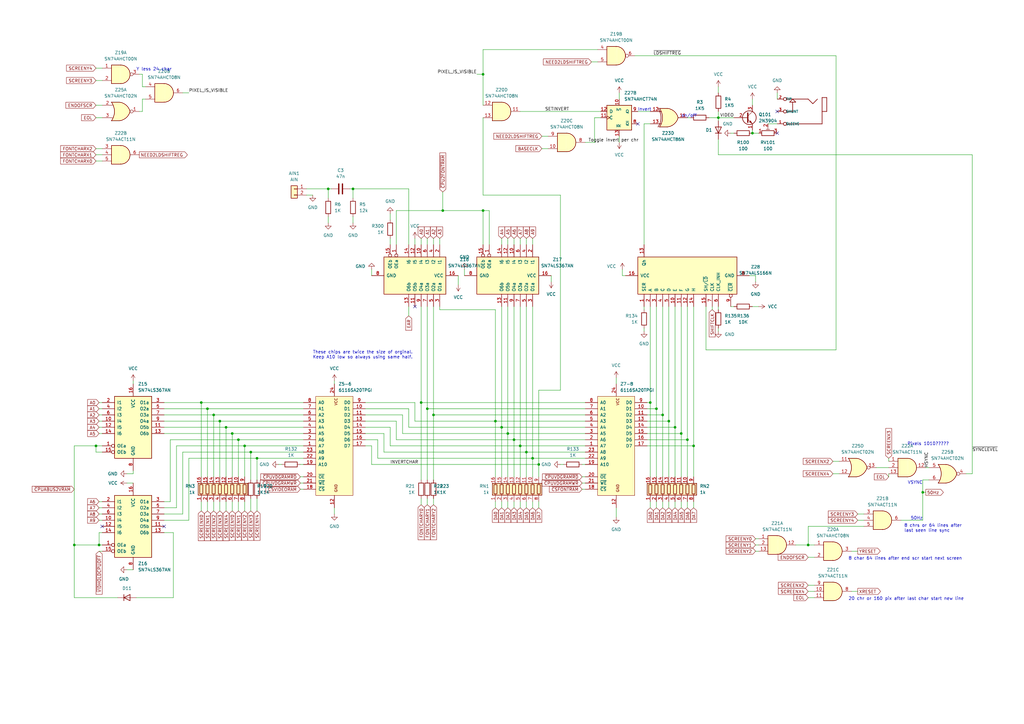
<source format=kicad_sch>
(kicad_sch (version 20211123) (generator eeschema)
  (paper "A3")
  (title_block (title "JupiterAce Z80 plus KIO and new memory format.") (date "2020-05-12") (rev "${REVNUM}") (company "Ontobus") (comment 1 "John Bradley") (comment 2 "https://creativecommons.org/licenses/by-nc-sa/4.0/") (comment 3 "Attribution-NonCommercial-ShareAlike 4.0 International License.") (comment 4 "This work is licensed under a Creative Commons "))
  (junction (at 172.72 165.1))
  (junction (at 175.26 167.64))
  (junction (at 269.24 167.64))
  (junction (at 281.94 180.34))
  (junction (at 210.82 180.34))
  (junction (at 213.36 182.88))
  (junction (at 203.2 172.72))
  (junction (at 100.33 182.88))
  (junction (at 198.12 30.48))
  (junction (at 331.47 223.52))
  (junction (at 215.9 185.42))
  (junction (at 85.09 167.64))
  (junction (at 97.79 180.34))
  (junction (at 279.4 177.8))
  (junction (at 266.7 165.1))
  (junction (at 271.78 170.18))
  (junction (at 181.61 86.36))
  (junction (at 220.98 190.5))
  (junction (at 90.17 172.72))
  (junction (at 205.74 175.26))
  (junction (at 177.8 170.18))
  (junction (at 274.32 172.72))
  (junction (at 198.12 86.36))
  (junction (at 39.37 182.88))
  (junction (at 95.25 177.8))
  (junction (at 102.87 185.42))
  (junction (at 294.64 48.26))
  (junction (at 276.86 175.26))
  (junction (at 134.62 77.47))
  (junction (at 92.71 175.26))
  (junction (at 30.48 223.52))
  (junction (at 144.78 77.47))
  (junction (at 40.64 223.52))
  (junction (at 378.46 201.93))
  (junction (at 284.48 182.88))
  (junction (at 105.41 187.96))
  (junction (at 82.55 165.1))
  (junction (at 218.44 187.96))
  (junction (at 208.28 177.8))
  (junction (at 308.61 54.61))
  (junction (at 87.63 170.18))
  (no_connect (at 318.77 54.61))
  (no_connect (at 67.31 215.9))
  (no_connect (at 318.77 45.72))
  (no_connect (at 170.18 125.73))
  (no_connect (at 261.62 50.8))
  (no_connect (at 41.91 215.9))
  (wire (pts (xy 378.46 213.36) (xy 378.46 201.93)))
  (wire (pts (xy 398.78 63.5) (xy 398.78 194.31)))
  (wire (pts (xy 67.31 208.28) (xy 72.39 208.28)))
  (wire (pts (xy 97.79 205.74) (xy 97.79 209.55)))
  (wire (pts (xy 124.46 190.5) (xy 123.19 190.5)))
  (wire (pts (xy 342.9 22.86) (xy 342.9 143.51)))
  (wire (pts (xy 134.62 77.47) (xy 135.89 77.47)))
  (wire (pts (xy 292.1 125.73) (xy 292.1 127)))
  (wire (pts (xy 349.25 226.06) (xy 351.79 226.06)))
  (wire (pts (xy 264.16 50.8) (xy 266.7 50.8)))
  (wire (pts (xy 165.1 170.18) (xy 149.86 170.18)))
  (wire (pts (xy 381 196.85) (xy 378.46 196.85)))
  (wire (pts (xy 41.91 175.26) (xy 40.64 175.26)))
  (wire (pts (xy 311.15 223.52) (xy 309.88 223.52)))
  (wire (pts (xy 274.32 172.72) (xy 274.32 195.58)))
  (wire (pts (xy 252.73 157.48) (xy 252.73 154.94)))
  (wire (pts (xy 364.49 189.23) (xy 364.49 187.96)))
  (wire (pts (xy 378.46 196.85) (xy 378.46 201.93)))
  (wire (pts (xy 137.16 157.48) (xy 137.16 156.21)))
  (wire (pts (xy 218.44 187.96) (xy 240.03 187.96)))
  (wire (pts (xy 167.64 77.47) (xy 167.64 100.33)))
  (wire (pts (xy 344.17 194.31) (xy 341.63 194.31)))
  (wire (pts (xy 198.12 30.48) (xy 198.12 43.18)))
  (wire (pts (xy 279.4 177.8) (xy 279.4 195.58)))
  (wire (pts (xy 170.18 172.72) (xy 170.18 165.1)))
  (wire (pts (xy 243.84 58.42) (xy 243.84 48.26)))
  (wire (pts (xy 67.31 165.1) (xy 82.55 165.1)))
  (wire (pts (xy 364.49 194.31) (xy 364.49 195.58)))
  (wire (pts (xy 30.48 182.88) (xy 30.48 223.52)))
  (wire (pts (xy 240.03 195.58) (xy 238.76 195.58)))
  (wire (pts (xy 167.64 175.26) (xy 205.74 175.26)))
  (wire (pts (xy 281.94 125.73) (xy 281.94 180.34)))
  (wire (pts (xy 41.91 167.64) (xy 40.64 167.64)))
  (wire (pts (xy 289.56 143.51) (xy 289.56 125.73)))
  (wire (pts (xy 67.31 172.72) (xy 90.17 172.72)))
  (wire (pts (xy 238.76 200.66) (xy 240.03 200.66)))
  (wire (pts (xy 215.9 185.42) (xy 215.9 195.58)))
  (wire (pts (xy 213.36 182.88) (xy 213.36 195.58)))
  (wire (pts (xy 215.9 100.33) (xy 215.9 97.79)))
  (wire (pts (xy 260.35 22.86) (xy 342.9 22.86)))
  (wire (pts (xy 67.31 205.74) (xy 69.85 205.74)))
  (wire (pts (xy 97.79 180.34) (xy 124.46 180.34)))
  (wire (pts (xy 264.16 100.33) (xy 264.16 50.8)))
  (wire (pts (xy 71.12 245.11) (xy 55.88 245.11)))
  (wire (pts (xy 215.9 205.74) (xy 215.9 208.28)))
  (wire (pts (xy 300.99 54.61) (xy 299.72 54.61)))
  (wire (pts (xy 349.25 242.57) (xy 351.79 242.57)))
  (wire (pts (xy 52.07 198.12) (xy 54.61 198.12)))
  (wire (pts (xy 198.12 20.32) (xy 245.11 20.32)))
  (wire (pts (xy 95.25 177.8) (xy 124.46 177.8)))
  (wire (pts (xy 203.2 127) (xy 203.2 172.72)))
  (wire (pts (xy 254 40.64) (xy 254 38.1)))
  (wire (pts (xy 39.37 63.5) (xy 41.91 63.5)))
  (wire (pts (xy 266.7 125.73) (xy 266.7 165.1)))
  (wire (pts (xy 334.01 223.52) (xy 331.47 223.52)))
  (wire (pts (xy 274.32 205.74) (xy 274.32 208.28)))
  (wire (pts (xy 269.24 167.64) (xy 269.24 195.58)))
  (wire (pts (xy 170.18 100.33) (xy 170.18 97.79)))
  (wire (pts (xy 152.4 190.5) (xy 152.4 182.88)))
  (wire (pts (xy 67.31 177.8) (xy 95.25 177.8)))
  (wire (pts (xy 274.32 125.73) (xy 274.32 172.72)))
  (wire (pts (xy 208.28 177.8) (xy 208.28 195.58)))
  (wire (pts (xy 72.39 182.88) (xy 72.39 208.28)))
  (wire (pts (xy 284.48 182.88) (xy 284.48 195.58)))
  (wire (pts (xy 144.78 77.47) (xy 167.64 77.47)))
  (wire (pts (xy 115.57 190.5) (xy 114.3 190.5)))
  (wire (pts (xy 177.8 204.47) (xy 177.8 207.01)))
  (wire (pts (xy 218.44 205.74) (xy 218.44 208.28)))
  (wire (pts (xy 308.61 43.18) (xy 308.61 40.64)))
  (wire (pts (xy 198.12 100.33) (xy 198.12 86.36)))
  (wire (pts (xy 205.74 175.26) (xy 240.03 175.26)))
  (wire (pts (xy 74.93 185.42) (xy 74.93 210.82)))
  (wire (pts (xy 90.17 172.72) (xy 90.17 195.58)))
  (wire (pts (xy 331.47 223.52) (xy 331.47 215.9)))
  (wire (pts (xy 41.91 213.36) (xy 40.64 213.36)))
  (wire (pts (xy 240.03 167.64) (xy 175.26 167.64)))
  (wire (pts (xy 276.86 205.74) (xy 276.86 208.28)))
  (wire (pts (xy 167.64 125.73) (xy 167.64 129.54)))
  (wire (pts (xy 100.33 182.88) (xy 100.33 195.58)))
  (wire (pts (xy 309.88 226.06) (xy 311.15 226.06)))
  (wire (pts (xy 265.43 172.72) (xy 274.32 172.72)))
  (wire (pts (xy 265.43 180.34) (xy 281.94 180.34)))
  (wire (pts (xy 154.94 180.34) (xy 149.86 180.34)))
  (wire (pts (xy 92.71 175.26) (xy 92.71 195.58)))
  (wire (pts (xy 41.91 185.42) (xy 39.37 185.42)))
  (wire (pts (xy 180.34 127) (xy 180.34 125.73)))
  (wire (pts (xy 58.42 35.56) (xy 58.42 30.48)))
  (wire (pts (xy 67.31 210.82) (xy 74.93 210.82)))
  (wire (pts (xy 160.02 182.88) (xy 213.36 182.88)))
  (wire (pts (xy 351.79 213.36) (xy 354.33 213.36)))
  (wire (pts (xy 59.69 35.56) (xy 58.42 35.56)))
  (wire (pts (xy 198.12 48.26) (xy 198.12 80.01)))
  (wire (pts (xy 162.56 86.36) (xy 162.56 100.33)))
  (wire (pts (xy 281.94 48.26) (xy 283.21 48.26)))
  (wire (pts (xy 157.48 177.8) (xy 157.48 185.42)))
  (wire (pts (xy 271.78 205.74) (xy 271.78 208.28)))
  (wire (pts (xy 175.26 204.47) (xy 175.26 207.01)))
  (wire (pts (xy 218.44 100.33) (xy 218.44 97.79)))
  (wire (pts (xy 41.91 208.28) (xy 40.64 208.28)))
  (wire (pts (xy 30.48 245.11) (xy 48.26 245.11)))
  (wire (pts (xy 205.74 100.33) (xy 205.74 97.79)))
  (wire (pts (xy 231.14 190.5) (xy 229.87 190.5)))
  (wire (pts (xy 175.26 167.64) (xy 175.26 196.85)))
  (wire (pts (xy 67.31 213.36) (xy 77.47 213.36)))
  (wire (pts (xy 294.64 63.5) (xy 398.78 63.5)))
  (wire (pts (xy 318.77 38.1) (xy 318.77 40.64)))
  (wire (pts (xy 144.78 88.9) (xy 144.78 91.44)))
  (wire (pts (xy 308.61 54.61) (xy 311.15 54.61)))
  (wire (pts (xy 198.12 80.01) (xy 229.87 80.01)))
  (wire (pts (xy 210.82 180.34) (xy 210.82 195.58)))
  (wire (pts (xy 381 191.77) (xy 379.73 191.77)))
  (wire (pts (xy 30.48 182.88) (xy 39.37 182.88)))
  (wire (pts (xy 252.73 208.28) (xy 252.73 212.09)))
  (wire (pts (xy 152.4 110.49) (xy 152.4 113.03)))
  (wire (pts (xy 294.64 48.26) (xy 300.99 48.26)))
  (wire (pts (xy 102.87 204.47) (xy 102.87 209.55)))
  (wire (pts (xy 92.71 175.26) (xy 124.46 175.26)))
  (wire (pts (xy 276.86 125.73) (xy 276.86 175.26)))
  (wire (pts (xy 137.16 208.28) (xy 137.16 210.82)))
  (wire (pts (xy 264.16 134.62) (xy 264.16 135.89)))
  (wire (pts (xy 123.19 200.66) (xy 124.46 200.66)))
  (wire (pts (xy 77.47 187.96) (xy 105.41 187.96)))
  (wire (pts (xy 359.41 191.77) (xy 364.49 191.77)))
  (wire (pts (xy 69.85 180.34) (xy 97.79 180.34)))
  (wire (pts (xy 58.42 40.64) (xy 58.42 45.72)))
  (wire (pts (xy 308.61 125.73) (xy 311.15 125.73)))
  (wire (pts (xy 39.37 185.42) (xy 39.37 182.88)))
  (wire (pts (xy 307.34 113.03) (xy 309.88 113.03)))
  (wire (pts (xy 240.03 190.5) (xy 238.76 190.5)))
  (wire (pts (xy 177.8 170.18) (xy 177.8 196.85)))
  (wire (pts (xy 243.84 58.42) (xy 240.03 58.42)))
  (wire (pts (xy 54.61 193.04) (xy 54.61 194.31)))
  (wire (pts (xy 143.51 77.47) (xy 144.78 77.47)))
  (wire (pts (xy 289.56 143.51) (xy 342.9 143.51)))
  (wire (pts (xy 254 55.88) (xy 254 58.42)))
  (wire (pts (xy 220.98 190.5) (xy 220.98 195.58)))
  (wire (pts (xy 157.48 185.42) (xy 215.9 185.42)))
  (wire (pts (xy 54.61 194.31) (xy 52.07 194.31)))
  (wire (pts (xy 149.86 177.8) (xy 157.48 177.8)))
  (wire (pts (xy 97.79 180.34) (xy 97.79 195.58)))
  (wire (pts (xy 213.36 125.73) (xy 213.36 182.88)))
  (wire (pts (xy 294.64 35.56) (xy 294.64 38.1)))
  (wire (pts (xy 41.91 27.94) (xy 39.37 27.94)))
  (wire (pts (xy 41.91 172.72) (xy 40.64 172.72)))
  (wire (pts (xy 85.09 167.64) (xy 85.09 195.58)))
  (wire (pts (xy 95.25 177.8) (xy 95.25 195.58)))
  (wire (pts (xy 170.18 165.1) (xy 149.86 165.1)))
  (wire (pts (xy 170.18 172.72) (xy 203.2 172.72)))
  (wire (pts (xy 240.03 170.18) (xy 177.8 170.18)))
  (wire (pts (xy 224.79 60.96) (xy 222.25 60.96)))
  (wire (pts (xy 172.72 100.33) (xy 172.72 97.79)))
  (wire (pts (xy 210.82 180.34) (xy 240.03 180.34)))
  (wire (pts (xy 92.71 205.74) (xy 92.71 209.55)))
  (wire (pts (xy 309.88 220.98) (xy 311.15 220.98)))
  (wire (pts (xy 175.26 125.73) (xy 175.26 167.64)))
  (wire (pts (xy 149.86 172.72) (xy 162.56 172.72)))
  (wire (pts (xy 284.48 205.74) (xy 284.48 208.28)))
  (wire (pts (xy 123.19 198.12) (xy 124.46 198.12)))
  (wire (pts (xy 54.61 233.68) (xy 52.07 233.68)))
  (wire (pts (xy 181.61 86.36) (xy 181.61 78.74)))
  (wire (pts (xy 195.58 30.48) (xy 198.12 30.48)))
  (wire (pts (xy 210.82 125.73) (xy 210.82 180.34)))
  (wire (pts (xy 77.47 187.96) (xy 77.47 213.36)))
  (wire (pts (xy 269.24 205.74) (xy 269.24 208.28)))
  (wire (pts (xy 172.72 165.1) (xy 172.72 196.85)))
  (wire (pts (xy 308.61 53.34) (xy 308.61 54.61)))
  (wire (pts (xy 226.06 115.57) (xy 226.06 113.03)))
  (wire (pts (xy 134.62 88.9) (xy 134.62 91.44)))
  (wire (pts (xy 266.7 205.74) (xy 266.7 208.28)))
  (wire (pts (xy 203.2 172.72) (xy 240.03 172.72)))
  (wire (pts (xy 154.94 187.96) (xy 154.94 180.34)))
  (wire (pts (xy 105.41 187.96) (xy 105.41 196.85)))
  (wire (pts (xy 95.25 205.74) (xy 95.25 209.55)))
  (wire (pts (xy 213.36 182.88) (xy 240.03 182.88)))
  (wire (pts (xy 264.16 127) (xy 264.16 125.73)))
  (wire (pts (xy 240.03 165.1) (xy 172.72 165.1)))
  (wire (pts (xy 208.28 205.74) (xy 208.28 208.28)))
  (wire (pts (xy 218.44 125.73) (xy 218.44 187.96)))
  (wire (pts (xy 41.91 205.74) (xy 40.64 205.74)))
  (wire (pts (xy 67.31 218.44) (xy 71.12 218.44)))
  (wire (pts (xy 265.43 170.18) (xy 271.78 170.18)))
  (wire (pts (xy 57.15 45.72) (xy 58.42 45.72)))
  (wire (pts (xy 102.87 185.42) (xy 102.87 196.85)))
  (wire (pts (xy 82.55 165.1) (xy 82.55 195.58)))
  (wire (pts (xy 177.8 125.73) (xy 177.8 170.18)))
  (wire (pts (xy 220.98 190.5) (xy 220.98 160.02)))
  (wire (pts (xy 41.91 60.96) (xy 39.37 60.96)))
  (wire (pts (xy 85.09 205.74) (xy 85.09 209.55)))
  (wire (pts (xy 134.62 77.47) (xy 134.62 81.28)))
  (wire (pts (xy 220.98 160.02) (xy 229.87 160.02)))
  (wire (pts (xy 180.34 100.33) (xy 180.34 97.79)))
  (wire (pts (xy 331.47 242.57) (xy 334.01 242.57)))
  (wire (pts (xy 369.57 213.36) (xy 378.46 213.36)))
  (wire (pts (xy 379.73 201.93) (xy 378.46 201.93)))
  (wire (pts (xy 172.72 204.47) (xy 172.72 207.01)))
  (wire (pts (xy 279.4 205.74) (xy 279.4 208.28)))
  (wire (pts (xy 41.91 170.18) (xy 40.64 170.18)))
  (wire (pts (xy 160.02 97.79) (xy 160.02 100.33)))
  (wire (pts (xy 160.02 175.26) (xy 160.02 182.88)))
  (wire (pts (xy 187.96 113.03) (xy 187.96 116.84)))
  (wire (pts (xy 180.34 127) (xy 203.2 127)))
  (wire (pts (xy 294.64 125.73) (xy 294.64 127)))
  (wire (pts (xy 220.98 205.74) (xy 220.98 208.28)))
  (wire (pts (xy 128.27 80.01) (xy 125.73 80.01)))
  (wire (pts (xy 90.17 172.72) (xy 124.46 172.72)))
  (wire (pts (xy 213.36 205.74) (xy 213.36 208.28)))
  (wire (pts (xy 40.64 223.52) (xy 41.91 223.52)))
  (wire (pts (xy 100.33 205.74) (xy 100.33 209.55)))
  (wire (pts (xy 294.64 134.62) (xy 294.64 135.89)))
  (wire (pts (xy 125.73 77.47) (xy 134.62 77.47)))
  (wire (pts (xy 72.39 182.88) (xy 100.33 182.88)))
  (wire (pts (xy 102.87 185.42) (xy 124.46 185.42)))
  (wire (pts (xy 177.8 100.33) (xy 177.8 97.79)))
  (wire (pts (xy 265.43 167.64) (xy 269.24 167.64)))
  (wire (pts (xy 213.36 100.33) (xy 213.36 97.79)))
  (wire (pts (xy 162.56 172.72) (xy 162.56 180.34)))
  (wire (pts (xy 215.9 185.42) (xy 240.03 185.42)))
  (wire (pts (xy 90.17 205.74) (xy 90.17 209.55)))
  (wire (pts (xy 294.64 49.53) (xy 294.64 48.26)))
  (wire (pts (xy 229.87 80.01) (xy 229.87 160.02)))
  (wire (pts (xy 266.7 45.72) (xy 261.62 45.72)))
  (wire (pts (xy 210.82 205.74) (xy 210.82 208.28)))
  (wire (pts (xy 124.46 170.18) (xy 87.63 170.18)))
  (wire (pts (xy 74.93 38.1) (xy 77.47 38.1)))
  (wire (pts (xy 71.12 218.44) (xy 71.12 245.11)))
  (wire (pts (xy 105.41 204.47) (xy 105.41 209.55)))
  (wire (pts (xy 41.91 48.26) (xy 39.37 48.26)))
  (wire (pts (xy 294.64 57.15) (xy 294.64 63.5)))
  (wire (pts (xy 152.4 182.88) (xy 149.86 182.88)))
  (wire (pts (xy 123.19 195.58) (xy 124.46 195.58)))
  (wire (pts (xy 40.64 218.44) (xy 41.91 218.44)))
  (wire (pts (xy 205.74 175.26) (xy 205.74 195.58)))
  (wire (pts (xy 67.31 167.64) (xy 85.09 167.64)))
  (wire (pts (xy 41.91 43.18) (xy 39.37 43.18)))
  (wire (pts (xy 175.26 100.33) (xy 175.26 97.79)))
  (wire (pts (xy 331.47 215.9) (xy 354.33 215.9)))
  (wire (pts (xy 87.63 205.74) (xy 87.63 209.55)))
  (wire (pts (xy 200.66 100.33) (xy 200.66 86.36)))
  (wire (pts (xy 105.41 187.96) (xy 124.46 187.96)))
  (wire (pts (xy 218.44 187.96) (xy 218.44 195.58)))
  (wire (pts (xy 162.56 180.34) (xy 210.82 180.34)))
  (wire (pts (xy 281.94 180.34) (xy 281.94 195.58)))
  (wire (pts (xy 299.72 125.73) (xy 300.99 125.73)))
  (wire (pts (xy 318.77 50.8) (xy 314.96 50.8)))
  (wire (pts (xy 396.24 194.31) (xy 398.78 194.31)))
  (wire (pts (xy 41.91 177.8) (xy 40.64 177.8)))
  (wire (pts (xy 40.64 218.44) (xy 40.64 223.52)))
  (wire (pts (xy 41.91 165.1) (xy 40.64 165.1)))
  (wire (pts (xy 215.9 125.73) (xy 215.9 185.42)))
  (wire (pts (xy 30.48 223.52) (xy 40.64 223.52)))
  (wire (pts (xy 152.4 190.5) (xy 220.98 190.5)))
  (wire (pts (xy 172.72 125.73) (xy 172.72 165.1)))
  (wire (pts (xy 344.17 189.23) (xy 341.63 189.23)))
  (wire (pts (xy 190.5 113.03) (xy 190.5 110.49)))
  (wire (pts (xy 265.43 175.26) (xy 276.86 175.26)))
  (wire (pts (xy 67.31 175.26) (xy 92.71 175.26)))
  (wire (pts (xy 208.28 177.8) (xy 240.03 177.8)))
  (wire (pts (xy 39.37 182.88) (xy 41.91 182.88)))
  (wire (pts (xy 59.69 40.64) (xy 58.42 40.64)))
  (wire (pts (xy 255.27 113.03) (xy 255.27 110.49)))
  (wire (pts (xy 271.78 170.18) (xy 271.78 195.58)))
  (wire (pts (xy 266.7 165.1) (xy 266.7 195.58)))
  (wire (pts (xy 290.83 48.26) (xy 294.64 48.26)))
  (wire (pts (xy 331.47 240.03) (xy 334.01 240.03)))
  (wire (pts (xy 69.85 180.34) (xy 69.85 205.74)))
  (wire (pts (xy 309.88 115.57) (xy 309.88 113.03)))
  (wire (pts (xy 198.12 86.36) (xy 200.66 86.36)))
  (wire (pts (xy 198.12 20.32) (xy 198.12 30.48)))
  (wire (pts (xy 165.1 177.8) (xy 165.1 170.18)))
  (wire (pts (xy 41.91 66.04) (xy 39.37 66.04)))
  (wire (pts (xy 67.31 170.18) (xy 87.63 170.18)))
  (wire (pts (xy 256.54 113.03) (xy 255.27 113.03)))
  (wire (pts (xy 203.2 205.74) (xy 203.2 208.28)))
  (wire (pts (xy 205.74 205.74) (xy 205.74 208.28)))
  (wire (pts (xy 100.33 182.88) (xy 124.46 182.88)))
  (wire (pts (xy 149.86 167.64) (xy 167.64 167.64)))
  (wire (pts (xy 54.61 157.48) (xy 54.61 156.21)))
  (wire (pts (xy 85.09 167.64) (xy 124.46 167.64)))
  (wire (pts (xy 284.48 125.73) (xy 284.48 182.88)))
  (wire (pts (xy 203.2 172.72) (xy 203.2 195.58)))
  (wire (pts (xy 279.4 125.73) (xy 279.4 177.8)))
  (wire (pts (xy 208.28 100.33) (xy 208.28 97.79)))
  (wire (pts (xy 205.74 125.73) (xy 205.74 175.26)))
  (wire (pts (xy 213.36 45.72) (xy 246.38 45.72)))
  (wire (pts (xy 208.28 125.73) (xy 208.28 177.8)))
  (wire (pts (xy 41.91 210.82) (xy 40.64 210.82)))
  (wire (pts (xy 58.42 30.48) (xy 57.15 30.48)))
  (wire (pts (xy 351.79 210.82) (xy 354.33 210.82)))
  (wire (pts (xy 82.55 165.1) (xy 124.46 165.1)))
  (wire (pts (xy 74.93 185.42) (xy 102.87 185.42)))
  (wire (pts (xy 87.63 170.18) (xy 87.63 195.58)))
  (wire (pts (xy 167.64 167.64) (xy 167.64 175.26)))
  (wire (pts (xy 331.47 245.11) (xy 334.01 245.11)))
  (wire (pts (xy 154.94 187.96) (xy 218.44 187.96)))
  (wire (pts (xy 181.61 86.36) (xy 198.12 86.36)))
  (wire (pts (xy 265.43 177.8) (xy 279.4 177.8)))
  (wire (pts (xy 269.24 125.73) (xy 269.24 167.64)))
  (wire (pts (xy 243.84 48.26) (xy 246.38 48.26)))
  (wire (pts (xy 242.57 25.4) (xy 245.11 25.4)))
  (wire (pts (xy 276.86 175.26) (xy 276.86 195.58)))
  (wire (pts (xy 334.01 228.6) (xy 331.47 228.6)))
  (wire (pts (xy 281.94 205.74) (xy 281.94 208.28)))
  (wire (pts (xy 210.82 100.33) (xy 210.82 97.79)))
  (wire (pts (xy 265.43 165.1) (xy 266.7 165.1)))
  (wire (pts (xy 222.25 55.88) (xy 224.79 55.88)))
  (wire (pts (xy 265.43 182.88) (xy 284.48 182.88)))
  (wire (pts (xy 41.91 33.02) (xy 39.37 33.02)))
  (wire (pts (xy 160.02 87.63) (xy 160.02 90.17)))
  (wire (pts (xy 165.1 177.8) (xy 208.28 177.8)))
  (wire (pts (xy 149.86 175.26) (xy 160.02 175.26)))
  (wire (pts (xy 144.78 77.47) (xy 144.78 81.28)))
  (wire (pts (xy 30.48 223.52) (xy 30.48 245.11)))
  (wire (pts (xy 331.47 223.52) (xy 326.39 223.52)))
  (wire (pts (xy 82.55 205.74) (xy 82.55 209.55)))
  (wire (pts (xy 294.64 45.72) (xy 294.64 48.26)))
  (wire (pts (xy 271.78 125.73) (xy 271.78 170.18)))
  (wire (pts (xy 41.91 226.06) (xy 40.64 226.06)))
  (wire (pts (xy 238.76 198.12) (xy 240.03 198.12)))
  (wire (pts (xy 162.56 86.36) (xy 181.61 86.36)))
  (text "Invert" (at 261.62 45.72 0) (effects (font (size 1.27 1.27)) (justify left bottom)))
  (text "These chips are twice the size of orginal.\nKeep A10 low so always using same half." (at 128.27 147.32 0) (effects (font (size 1.27 1.27)) (justify left bottom)))
  (text "50Hz" (at 378.46 213.36 180) (effects (font (size 1.27 1.27)) (justify right bottom)))
  (text "Pixels 1010?????" (at 372.11 182.88 0) (effects (font (size 1.27 1.27)) (justify left bottom)))
  (text "8 char 64 lines after end scr start next screen" (at 347.98 229.87 0) (effects (font (size 1.27 1.27)) (justify left bottom)))
  (text "20 chr or 160 pix after last char start new line" (at 347.98 246.38 0) (effects (font (size 1.27 1.27)) (justify left bottom)))
  (text "VSYNC" (at 378.46 198.755 180) (effects (font (size 1.27 1.27)) (justify right bottom)))
  (text "8 chrs or 64 lines after\nlast seen line sync" (at 370.84 218.44 0) (effects (font (size 1.27 1.27)) (justify left bottom)))
  (text "Y less 24 char" (at 55.88 29.21 0) (effects (font (size 1.27 1.27)) (justify left bottom)))
  (text "on/off" (at 279.4 48.26 0) (effects (font (size 1.27 1.27)) (justify left bottom)))
  (label "SETINVERT" (at 223.52 45.72 0))
  (label "~{LDSHIFTREG}" (at 267.97 22.86 0))
  (label "HSYNC" (at 381 191.77 90))
  (label "~{SYNCLEVEL}" (at 398.78 185.42 0))
  (label "PIXEL_IS_VISIBLE" (at 77.47 38.1 0))
  (label "VIDEO" (at 300.99 48.26 0))
  (label "Toggle invert per chr" (at 241.3 58.42 0))
  (label "INVERTCHAR" (at 160.02 190.5 0))
  (label "PIXEL_IS_VISIBLE" (at 195.58 30.48 180))
  (global_label "A4" (shape input) (at 40.64 175.26 180) (property "Intersheet References" "${INTERSHEET_REFS}" (at 36.0177 175.1806 0) (effects (justify right))))
  (global_label "~{CPU2FONTRAM}" (shape input) (at 181.61 78.74 90) (property "Intersheet References" "${INTERSHEET_REFS}" (at 181.5306 62.8087 90) (effects (justify left))))
  (global_label "SCREENX3" (shape input) (at 90.17 209.55 270) (property "Intersheet References" "${INTERSHEET_REFS}" (at 90.0906 221.6713 90) (effects (justify right))))
  (global_label "~{CSVIDEORAM}" (shape input) (at 123.19 200.66 180) (property "Intersheet References" "${INTERSHEET_REFS}" (at 109.1334 200.5806 0) (effects (justify right))))
  (global_label "ENDOFSCR" (shape input) (at 39.37 43.18 180) (property "Intersheet References" "${INTERSHEET_REFS}" (at 27.1277 43.1006 0) (effects (justify right))))
  (global_label "DA0" (shape input) (at 203.2 208.28 270) (property "Intersheet References" "${INTERSHEET_REFS}" (at 203.1206 214.1723 90) (effects (justify right))))
  (global_label "DA3" (shape input) (at 210.82 208.28 270) (property "Intersheet References" "${INTERSHEET_REFS}" (at 210.7406 214.1723 90) (effects (justify right))))
  (global_label "~{CSFONTRAM}" (shape input) (at 238.76 200.66 180) (property "Intersheet References" "${INTERSHEET_REFS}" (at 225.4291 200.5806 0) (effects (justify right))))
  (global_label "SCREENX4" (shape input) (at 341.63 194.31 180) (property "Intersheet References" "${INTERSHEET_REFS}" (at 329.5087 194.2306 0) (effects (justify right))))
  (global_label "SCREENY2" (shape input) (at 100.33 209.55 270) (property "Intersheet References" "${INTERSHEET_REFS}" (at 100.2506 221.5504 90) (effects (justify right))))
  (global_label "EAR" (shape input) (at 167.64 129.54 270) (property "Intersheet References" "${INTERSHEET_REFS}" (at 167.5606 135.3718 90) (effects (justify right))))
  (global_label "DA7" (shape input) (at 220.98 208.28 270) (property "Intersheet References" "${INTERSHEET_REFS}" (at 220.9006 214.1723 90) (effects (justify right))))
  (global_label "~{CPUVDGRAMWR}" (shape input) (at 238.76 198.12 180) (property "Intersheet References" "${INTERSHEET_REFS}" (at 222.4053 198.0406 0) (effects (justify right))))
  (global_label "FONTCHARX2" (shape input) (at 39.37 60.96 180) (property "Intersheet References" "${INTERSHEET_REFS}" (at 24.9506 60.8806 0) (effects (justify right))))
  (global_label "A7" (shape input) (at 213.36 97.79 90) (property "Intersheet References" "${INTERSHEET_REFS}" (at 213.2806 93.1677 90) (effects (justify left))))
  (global_label "SCREENY2" (shape input) (at 309.88 226.06 180) (property "Intersheet References" "${INTERSHEET_REFS}" (at 297.8796 225.9806 0) (effects (justify right))))
  (global_label "A6" (shape input) (at 40.64 205.74 180) (property "Intersheet References" "${INTERSHEET_REFS}" (at 36.0177 205.6606 0) (effects (justify right))))
  (global_label "FONTCHARX0" (shape input) (at 39.37 66.04 180) (property "Intersheet References" "${INTERSHEET_REFS}" (at 24.9506 65.9606 0) (effects (justify right))))
  (global_label "A5" (shape input) (at 40.64 177.8 180) (property "Intersheet References" "${INTERSHEET_REFS}" (at 36.0177 177.7206 0) (effects (justify right))))
  (global_label "~{VIDHOLDCPUOFF}" (shape input) (at 40.64 226.06 270) (property "Intersheet References" "${INTERSHEET_REFS}" (at 40.5606 243.6847 90) (effects (justify right))))
  (global_label "FONTCHARX1" (shape input) (at 39.37 63.5 180) (property "Intersheet References" "${INTERSHEET_REFS}" (at 24.9506 63.4206 0) (effects (justify right))))
  (global_label "FONTCHARY0" (shape input) (at 172.72 207.01 270) (property "Intersheet References" "${INTERSHEET_REFS}" (at 172.6406 221.3085 90) (effects (justify right))))
  (global_label "A8" (shape input) (at 215.9 97.79 90) (property "Intersheet References" "${INTERSHEET_REFS}" (at 215.8206 93.1677 90) (effects (justify left))))
  (global_label "DA6" (shape input) (at 218.44 208.28 270) (property "Intersheet References" "${INTERSHEET_REFS}" (at 218.3606 214.1723 90) (effects (justify right))))
  (global_label "A5" (shape input) (at 208.28 97.79 90) (property "Intersheet References" "${INTERSHEET_REFS}" (at 208.2006 93.1677 90) (effects (justify left))))
  (global_label "ENDOFSCR" (shape input) (at 331.47 228.6 180) (property "Intersheet References" "${INTERSHEET_REFS}" (at 319.2277 228.5206 0) (effects (justify right))))
  (global_label "~{CPUVDGRAMWR}" (shape input) (at 123.19 198.12 180) (property "Intersheet References" "${INTERSHEET_REFS}" (at 106.8353 198.0406 0) (effects (justify right))))
  (global_label "XRESET" (shape output) (at 351.79 242.57 0) (property "Intersheet References" "${INTERSHEET_REFS}" (at 361.069 242.4906 0) (effects (justify left))))
  (global_label "DA4" (shape input) (at 213.36 208.28 270) (property "Intersheet References" "${INTERSHEET_REFS}" (at 213.2806 214.1723 90) (effects (justify right))))
  (global_label "YRESET" (shape output) (at 351.79 226.06 0) (property "Intersheet References" "${INTERSHEET_REFS}" (at 360.948 225.9806 0) (effects (justify left))))
  (global_label "FONTCHARY1" (shape input) (at 175.26 207.01 270) (property "Intersheet References" "${INTERSHEET_REFS}" (at 175.1806 221.3085 90) (effects (justify right))))
  (global_label "DA2" (shape input) (at 208.28 208.28 270) (property "Intersheet References" "${INTERSHEET_REFS}" (at 208.2006 214.1723 90) (effects (justify right))))
  (global_label "A1" (shape input) (at 40.64 167.64 180) (property "Intersheet References" "${INTERSHEET_REFS}" (at 36.0177 167.5606 0) (effects (justify right))))
  (global_label "SCREENY4" (shape input) (at 351.79 213.36 180) (property "Intersheet References" "${INTERSHEET_REFS}" (at 339.7896 213.2806 0) (effects (justify right))))
  (global_label "A3" (shape input) (at 180.34 97.79 90) (property "Intersheet References" "${INTERSHEET_REFS}" (at 180.2606 93.1677 90) (effects (justify left))))
  (global_label "NEED2LDSHIFTREG" (shape input) (at 242.57 25.4 180) (property "Intersheet References" "${INTERSHEET_REFS}" (at 223.4334 25.3206 0) (effects (justify right))))
  (global_label "EOL" (shape input) (at 39.37 48.26 180) (property "Intersheet References" "${INTERSHEET_REFS}" (at 33.5382 48.1806 0) (effects (justify right))))
  (global_label "A8" (shape input) (at 40.64 210.82 180) (property "Intersheet References" "${INTERSHEET_REFS}" (at 36.0177 210.7406 0) (effects (justify right))))
  (global_label "SCREENY0" (shape input) (at 309.88 220.98 180) (property "Intersheet References" "${INTERSHEET_REFS}" (at 297.8796 220.9006 0) (effects (justify right))))
  (global_label "A4" (shape input) (at 205.74 97.79 90) (property "Intersheet References" "${INTERSHEET_REFS}" (at 205.6606 93.1677 90) (effects (justify left))))
  (global_label "A1" (shape input) (at 175.26 97.79 90) (property "Intersheet References" "${INTERSHEET_REFS}" (at 175.1806 93.1677 90) (effects (justify left))))
  (global_label "~{CPUVDGRAMRD}" (shape input) (at 123.19 195.58 180) (property "Intersheet References" "${INTERSHEET_REFS}" (at 107.0168 195.5006 0) (effects (justify right))))
  (global_label "A2" (shape input) (at 177.8 97.79 90) (property "Intersheet References" "${INTERSHEET_REFS}" (at 177.7206 93.1677 90) (effects (justify left))))
  (global_label "SCREENX2" (shape input) (at 87.63 209.55 270) (property "Intersheet References" "${INTERSHEET_REFS}" (at 87.5506 221.6713 90) (effects (justify right))))
  (global_label "A0" (shape input) (at 40.64 165.1 180) (property "Intersheet References" "${INTERSHEET_REFS}" (at 36.0177 165.0206 0) (effects (justify right))))
  (global_label "A3" (shape input) (at 40.64 172.72 180) (property "Intersheet References" "${INTERSHEET_REFS}" (at 36.0177 172.6406 0) (effects (justify right))))
  (global_label "DA0" (shape input) (at 266.7 208.28 270) (property "Intersheet References" "${INTERSHEET_REFS}" (at 266.6206 214.1723 90) (effects (justify right))))
  (global_label "NEED2LDSHIFTREG" (shape input) (at 222.25 55.88 180) (property "Intersheet References" "${INTERSHEET_REFS}" (at 203.1134 55.8006 0) (effects (justify right))))
  (global_label "SCREENY3" (shape input) (at 351.79 210.82 180) (property "Intersheet References" "${INTERSHEET_REFS}" (at 339.7896 210.7406 0) (effects (justify right))))
  (global_label "A9" (shape input) (at 218.44 97.79 90) (property "Intersheet References" "${INTERSHEET_REFS}" (at 218.3606 93.1677 90) (effects (justify left))))
  (global_label "DA4" (shape input) (at 276.86 208.28 270) (property "Intersheet References" "${INTERSHEET_REFS}" (at 276.7806 214.1723 90) (effects (justify right))))
  (global_label "A9" (shape input) (at 40.64 213.36 180) (property "Intersheet References" "${INTERSHEET_REFS}" (at 36.0177 213.2806 0) (effects (justify right))))
  (global_label "EOL" (shape input) (at 364.49 195.58 180) (property "Intersheet References" "${INTERSHEET_REFS}" (at 358.6582 195.5006 0) (effects (justify right))))
  (global_label "DA5" (shape input) (at 215.9 208.28 270) (property "Intersheet References" "${INTERSHEET_REFS}" (at 215.8206 214.1723 90) (effects (justify right))))
  (global_label "SCREENY3" (shape input) (at 102.87 209.55 270) (property "Intersheet References" "${INTERSHEET_REFS}" (at 102.7906 221.5504 90) (effects (justify right))))
  (global_label "50Hz" (shape output) (at 379.73 201.93 0) (property "Intersheet References" "${INTERSHEET_REFS}" (at 386.8318 201.8506 0) (effects (justify left))))
  (global_label "DA7" (shape input) (at 284.48 208.28 270) (property "Intersheet References" "${INTERSHEET_REFS}" (at 284.4006 214.1723 90) (effects (justify right))))
  (global_label "SCREENY4" (shape input) (at 105.41 209.55 270) (property "Intersheet References" "${INTERSHEET_REFS}" (at 105.3306 221.5504 90) (effects (justify right))))
  (global_label "SCREENX0" (shape input) (at 82.55 209.55 270) (property "Intersheet References" "${INTERSHEET_REFS}" (at 82.4706 221.6713 90) (effects (justify right))))
  (global_label "SHIFTCLK" (shape input) (at 292.1 127 270) (property "Intersheet References" "${INTERSHEET_REFS}" (at 292.0206 138.0932 90) (effects (justify right))))
  (global_label "SCREENX1" (shape input) (at 85.09 209.55 270) (property "Intersheet References" "${INTERSHEET_REFS}" (at 85.0106 221.6713 90) (effects (justify right))))
  (global_label "SCREENY1" (shape input) (at 97.79 209.55 270) (property "Intersheet References" "${INTERSHEET_REFS}" (at 97.7106 221.5504 90) (effects (justify right))))
  (global_label "SCREENX2" (shape input) (at 341.63 189.23 180) (property "Intersheet References" "${INTERSHEET_REFS}" (at 329.5087 189.1506 0) (effects (justify right))))
  (global_label "A2" (shape input) (at 40.64 170.18 180) (property "Intersheet References" "${INTERSHEET_REFS}" (at 36.0177 170.1006 0) (effects (justify right))))
  (global_label "SCREENX2" (shape input) (at 331.47 240.03 180) (property "Intersheet References" "${INTERSHEET_REFS}" (at 319.3487 239.9506 0) (effects (justify right))))
  (global_label "SCREENX4" (shape input) (at 92.71 209.55 270) (property "Intersheet References" "${INTERSHEET_REFS}" (at 92.6306 221.6713 90) (effects (justify right))))
  (global_label "DA3" (shape input) (at 274.32 208.28 270) (property "Intersheet References" "${INTERSHEET_REFS}" (at 274.2406 214.1723 90) (effects (justify right))))
  (global_label "~{CPUVDGRAMRD}" (shape input) (at 238.76 195.58 180) (property "Intersheet References" "${INTERSHEET_REFS}" (at 222.5868 195.5006 0) (effects (justify right))))
  (global_label "SCREENY3" (shape input) (at 39.37 33.02 180) (property "Intersheet References" "${INTERSHEET_REFS}" (at 27.3696 32.9406 0) (effects (justify right))))
  (global_label "DA2" (shape input) (at 271.78 208.28 270) (property "Intersheet References" "${INTERSHEET_REFS}" (at 271.7006 214.1723 90) (effects (justify right))))
  (global_label "A0" (shape input) (at 172.72 97.79 90) (property "Intersheet References" "${INTERSHEET_REFS}" (at 172.6406 93.1677 90) (effects (justify left))))
  (global_label "SCREENY0" (shape input) (at 95.25 209.55 270) (property "Intersheet References" "${INTERSHEET_REFS}" (at 95.1706 221.5504 90) (effects (justify right))))
  (global_label "EOL" (shape input) (at 331.47 245.11 180) (property "Intersheet References" "${INTERSHEET_REFS}" (at 325.6382 245.0306 0) (effects (justify right))))
  (global_label "A7" (shape input) (at 40.64 208.28 180) (property "Intersheet References" "${INTERSHEET_REFS}" (at 36.0177 208.2006 0) (effects (justify right))))
  (global_label "SCREENX3" (shape input) (at 364.49 187.96 90) (property "Intersheet References" "${INTERSHEET_REFS}" (at 364.4106 175.8387 90) (effects (justify left))))
  (global_label "BASECLK" (shape input) (at 222.25 60.96 180) (property "Intersheet References" "${INTERSHEET_REFS}" (at 211.6406 60.8806 0) (effects (justify right))))
  (global_label "~{CPUABUS2VRAM}" (shape input) (at 30.48 200.66 180) (property "Intersheet References" "${INTERSHEET_REFS}" (at 13.2787 200.5806 0) (effects (justify right))))
  (global_label "SCREENY1" (shape input) (at 309.88 223.52 180) (property "Intersheet References" "${INTERSHEET_REFS}" (at 297.8796 223.4406 0) (effects (justify right))))
  (global_label "NEED2LDSHIFTREG" (shape output) (at 57.15 63.5 0) (property "Intersheet References" "${INTERSHEET_REFS}" (at 76.2866 63.4206 0) (effects (justify left))))
  (global_label "DA5" (shape input) (at 279.4 208.28 270) (property "Intersheet References" "${INTERSHEET_REFS}" (at 279.3206 214.1723 90) (effects (justify right))))
  (global_label "SCREENX4" (shape input) (at 331.47 242.57 180) (property "Intersheet References" "${INTERSHEET_REFS}" (at 319.3487 242.4906 0) (effects (justify right))))
  (global_label "DA1" (shape input) (at 269.24 208.28 270) (property "Intersheet References" "${INTERSHEET_REFS}" (at 269.1606 214.1723 90) (effects (justify right))))
  (global_label "SCREENY4" (shape input) (at 39.37 27.94 180) (property "Intersheet References" "${INTERSHEET_REFS}" (at 27.3696 27.8606 0) (effects (justify right))))
  (global_label "DA1" (shape input) (at 205.74 208.28 270) (property "Intersheet References" "${INTERSHEET_REFS}" (at 205.6606 214.1723 90) (effects (justify right))))
  (global_label "FONTCHARY2" (shape input) (at 177.8 207.01 270) (property "Intersheet References" "${INTERSHEET_REFS}" (at 177.7206 221.3085 90) (effects (justify right))))
  (global_label "A6" (shape input) (at 210.82 97.79 90) (property "Intersheet References" "${INTERSHEET_REFS}" (at 210.7406 93.1677 90) (effects (justify left))))
  (global_label "DA6" (shape input) (at 281.94 208.28 270) (property "Intersheet References" "${INTERSHEET_REFS}" (at 281.8606 214.1723 90) (effects (justify right))))
  (symbol (lib_id "ExtraSymbols:6116P") (at 137.16 182.88 0) (unit 1)
    (property "Reference" "Z5-6" (at 138.8111 157.48 0) (effects (justify left)))
    (property "Value" "6116SA20TPGI" (at 138.8111 160.02 0) (effects (justify left)))
    (property "Footprint" "Package_DIP:DIP-24_W7.62mm" (effects hide))
    (property "Manufacturer_Name" "IDT" (effects hide))
    (property "Manufacturer_Part_Number" "6116SA20TPGI" (effects hide))
  )
  (symbol (lib_id "Connector_Generic:Conn_01x02") (at 120.65 77.47 0) (mirror y) (unit 1)
    (property "Reference" "AIN1" (at 120.65 71.12 0) (effects (font (size 1.2954 1.2954))))
    (property "Value" "AIN" (at 120.65 73.66 0))
    (property "Footprint" "Connector_PinHeader_2.54mm:PinHeader_1x02_P2.54mm_Vertical" (effects hide))
    (property "Manufacturer_Name" "TE Connectivity / AMP" (effects hide))
    (property "Manufacturer_Part_Number" "5-146871-1" (effects hide))
  )
  (symbol (lib_id "Device:R") (at 175.26 200.66 180) (unit 1)
    (property "Reference" "R22" (at 177.8 199.3899 0) (effects (justify right)))
    (property "Value" "1K" (at 177.8 201.9299 0) (effects (justify right)))
    (property "Footprint" "Resistor_THT:R_Axial_DIN0204_L3.6mm_D1.6mm_P1.90mm_Vertical" (effects hide))
    (property "Manufacturer_Name" "Vishay" (effects hide))
    (property "Manufacturer_Part_Number" "MBA02040C1202FRP00" (effects hide))
  )
  (symbol (lib_id "Device:C") (at 139.7 77.47 90) (unit 1)
    (property "Reference" "C3" (at 139.7 69.85 90))
    (property "Value" "47n" (at 139.7 72.39 90))
    (property "Footprint" "Capacitor_THT:C_Disc_D5.0mm_W2.5mm_P2.50mm" (effects hide))
    (property "Manufacturer_Name" "vishay" (effects hide))
    (property "Manufacturer_Part_Number" "K473K15X7RF5TL2" (effects hide))
    (property "Height" "4" (effects hide))
  )
  (symbol (lib_id "Device:R_Pack08") (at 92.71 200.66 0) (unit 1)
    (property "Reference" "RN3" (at 80.01 199.3899 0) (effects (justify right)))
    (property "Value" "1k" (at 80.01 201.9299 0) (effects (justify right)))
    (property "Footprint" "Package_DIP:DIP-16_W7.62mm" (effects hide))
    (property "Manufacturer_Name" "Bourns" (effects hide))
    (property "Manufacturer_Part_Number" "4116R-1-102LF " (effects hide))
  )
  (symbol (lib_id "power:GND") (at 318.77 38.1 180) (unit 1)
    (property "Reference" "#~SUPPLY0102" (effects hide))
    (property "Value" "GND" (at 318.77 33.02 0))
  )
  (symbol (lib_id "Transistor_BJT:2N3904") (at 306.07 48.26 0) (unit 1)
    (property "Reference" "Q101" (at 311.15 46.9899 0) (effects (justify left)))
    (property "Value" "2N3904" (at 311.15 49.5299 0) (effects (justify left)))
    (property "Footprint" "Package_TO_SOT_THT:TO-92_Inline" (effects hide))
    (property "Datasheet" "https://www.onsemi.com/pub/Collateral/2N3903-D.PDF" (effects hide))
    (property "Manufacturer_Part_Number" "2N3904" (effects hide))
  )
  (symbol (lib_id "power:GND") (at 299.72 54.61 270) (unit 1)
    (property "Reference" "#~SUPPLY0101" (effects hide))
    (property "Value" "GND" (at 298.45 50.8 90))
  )
  (symbol (lib_id "power:VCC") (at 308.61 40.64 0) (unit 1)
    (property "Reference" "#~P+0101" (effects hide))
    (property "Value" "VCC" (at 308.61 35.56 0))
  )
  (symbol (lib_id "Device:R") (at 304.8 54.61 270) (unit 1)
    (property "Reference" "R100" (at 304.8 58.42 90))
    (property "Value" "100" (at 304.8 60.96 90))
    (property "Footprint" "Resistor_THT:R_Axial_DIN0204_L3.6mm_D1.6mm_P1.90mm_Vertical" (effects hide))
    (property "Manufacturer_Name" "Vishay" (effects hide))
    (property "Manufacturer_Part_Number" "MBA02040C1000FRP00 " (effects hide))
  )
  (symbol (lib_id "power:VCC") (at 137.16 156.21 0) (unit 1)
    (property "Reference" "#~PWR0165" (effects hide))
    (property "Value" "VCC" (at 137.16 151.13 0))
  )
  (symbol (lib_id "power:VCC") (at 252.73 154.94 0) (unit 1)
    (property "Reference" "#~PWR0166" (effects hide))
    (property "Value" "VCC" (at 252.73 149.86 0))
  )
  (symbol (lib_id "ExtraSymbols:6116P") (at 252.73 182.88 0) (unit 1)
    (property "Reference" "Z7-8" (at 254.3811 157.48 0) (effects (justify left)))
    (property "Value" "6116SA20TPGI" (at 254.3811 160.02 0) (effects (justify left)))
    (property "Footprint" "Package_DIP:DIP-24_W7.62mm" (effects hide))
    (property "Manufacturer_Name" "IDT" (effects hide))
    (property "Manufacturer_Part_Number" "6116SA20TPGI" (effects hide))
  )
  (symbol (lib_id "power:GND") (at 137.16 210.82 0) (unit 1)
    (property "Reference" "#~PWR0167" (effects hide))
    (property "Value" "GND" (at 137.16 215.9 0))
  )
  (symbol (lib_id "power:GND") (at 252.73 212.09 0) (unit 1)
    (property "Reference" "#~PWR0168" (effects hide))
    (property "Value" "GND" (at 252.73 217.17 0))
  )
  (symbol (lib_id "Diode:1N4148") (at 52.07 245.11 0) (unit 1)
    (property "Reference" "D11" (at 52.07 241.3 0))
    (property "Value" "1N4148" (effects hide))
    (property "Footprint" "Diode_THT:D_DO-35_SOD27_P2.54mm_Vertical_AnodeUp" (effects hide))
    (property "Datasheet" "https://assets.nexperia.com/documents/data-sheet/1N4148_1N4448.pdf" (effects hide))
    (property "Manufacturer_Name" "ON Semiconductor" (effects hide))
    (property "Manufacturer_Part_Number" "1N4148" (effects hide))
  )
  (symbol (lib_id "Diode:1N4148") (at 294.64 53.34 90) (unit 1)
    (property "Reference" "D1" (at 292.1 53.3399 90) (effects (justify left)))
    (property "Value" "1N4148" (effects hide))
    (property "Footprint" "Diode_THT:D_DO-35_SOD27_P2.54mm_Vertical_AnodeUp" (effects hide))
    (property "Datasheet" "https://assets.nexperia.com/documents/data-sheet/1N4148_1N4448.pdf" (effects hide))
    (property "Manufacturer_Name" "ON Semiconductor" (effects hide))
    (property "Manufacturer_Part_Number" "1N4148" (effects hide))
  )
  (symbol (lib_id "Device:R_Potentiometer_Trim") (at 314.96 54.61 90) (unit 1)
    (property "Reference" "RV101" (at 314.96 58.42 90))
    (property "Value" "100" (at 314.96 60.96 90))
    (property "Footprint" "Potentiometer_THT:Potentiometer_Bourns_3296W_Vertical" (effects hide))
    (property "Manufacturer_Name" "Bourns" (effects hide))
    (property "Manufacturer_Part_Number" "3362H-1-101LF" (effects hide))
  )
  (symbol (lib_id "Device:R_Pack08") (at 276.86 200.66 0) (unit 1)
    (property "Reference" "RN2" (at 287.02 199.3899 0) (effects (justify left)))
    (property "Value" "1k" (at 287.02 201.9299 0) (effects (justify left)))
    (property "Footprint" "Package_DIP:DIP-16_W7.62mm" (effects hide))
    (property "Manufacturer_Name" "Bourns" (effects hide))
    (property "Manufacturer_Part_Number" "4116R-1-102LF " (effects hide))
  )
  (symbol (lib_id "Device:R_Pack08") (at 213.36 200.66 0) (unit 1)
    (property "Reference" "RN1" (at 200.66 199.3899 0) (effects (justify right)))
    (property "Value" "1k" (at 200.66 201.9299 0) (effects (justify right)))
    (property "Footprint" "Package_DIP:DIP-16_W7.62mm" (effects hide))
    (property "Manufacturer_Name" "Bourns" (effects hide))
    (property "Manufacturer_Part_Number" "4116R-1-102LF " (effects hide))
  )
  (symbol (lib_id "74xx-FIX:74LS74") (at 254 48.26 0) (unit 2)
    (property "Reference" "Z27" (at 256.0194 38.1 0) (effects (justify left)))
    (property "Value" "SN74AHCT74N" (at 256.0194 40.64 0) (effects (justify left)))
    (property "Footprint" "Package_DIP:DIP-14_W7.62mm" (effects hide))
    (property "Datasheet" "https://www.ti.com/lit/ds/symlink/sn74ahct74q-q1.pdf?ts=1656028536806&ref_url=https%253A%252F%252Fwww.ti.com%252Fproduct%252FSN74AHCT74Q-Q1" (effects hide))
    (property "Manufacturer_Part_Number" "SN74AHCT74N" (effects hide))
    (property "Manufacturer_Name" "Texas Instruments" (effects hide))
  )
  (symbol (lib_id "power:GND") (at 114.3 190.5 270) (unit 1)
    (property "Reference" "#~PWR0112" (effects hide))
    (property "Value" "GND" (at 110.49 190.4999 90) (effects (justify right)))
  )
  (symbol (lib_id "Device:R") (at 134.62 85.09 180) (unit 1)
    (property "Reference" "R6" (at 137.16 83.8199 0) (effects (justify right)))
    (property "Value" "1K" (at 137.16 86.3599 0) (effects (justify right)))
    (property "Footprint" "Resistor_THT:R_Axial_DIN0204_L3.6mm_D1.6mm_P1.90mm_Vertical" (effects hide))
    (property "Manufacturer_Name" "Vishay" (effects hide))
    (property "Manufacturer_Part_Number" "MBA02040C1202FRP00" (effects hide))
  )
  (symbol (lib_id "Device:R") (at 287.02 48.26 270) (unit 1)
    (property "Reference" "R3" (at 287.02 41.91 90))
    (property "Value" "1K5" (at 287.02 44.45 90))
    (property "Footprint" "Resistor_THT:R_Axial_DIN0204_L3.6mm_D1.6mm_P1.90mm_Vertical" (effects hide))
    (property "Manufacturer_Name" "Vishay" (effects hide))
    (property "Manufacturer_Part_Number" "MBA02040C1501FC100" (effects hide))
  )
  (symbol (lib_id "74xx:74LS00") (at 49.53 30.48 0) (unit 1)
    (property "Reference" "Z19" (at 49.53 21.59 0))
    (property "Value" "SN74AHCT00N" (at 49.53 24.13 0))
    (property "Footprint" "Package_DIP:DIP-14_W7.62mm" (effects hide))
    (property "Datasheet" "http://www.ti.com/lit/gpn/sn74ls00" (effects hide))
    (property "Manufacturer_Part_Number" "SN74AHCT00N" (effects hide))
    (property "Manufacturer_Name" "Texas Instruments" (effects hide))
  )
  (symbol (lib_id "74xx:74LS00") (at 252.73 22.86 0) (unit 2)
    (property "Reference" "Z19" (at 252.73 13.97 0))
    (property "Value" "SN74AHCT00N" (at 252.73 16.51 0))
    (property "Footprint" "Package_DIP:DIP-14_W7.62mm" (effects hide))
    (property "Datasheet" "http://www.ti.com/lit/gpn/sn74ls00" (effects hide))
    (property "Manufacturer_Part_Number" "SN74AHCT00N" (effects hide))
    (property "Manufacturer_Name" "Texas Instruments" (effects hide))
  )
  (symbol (lib_id "power:GND") (at 152.4 110.49 180) (unit 1)
    (property "Reference" "#~PWR0169" (effects hide))
    (property "Value" "GND" (at 149.86 109.2199 0) (effects (justify left)))
  )
  (symbol (lib_id "power:VCC") (at 226.06 115.57 180) (unit 1)
    (property "Reference" "#~PWR0171" (effects hide))
    (property "Value" "VCC" (at 226.06 120.65 0))
  )
  (symbol (lib_id "power:VCC") (at 187.96 116.84 180) (unit 1)
    (property "Reference" "#~PWR0170" (effects hide))
    (property "Value" "VCC" (at 187.96 121.92 0))
  )
  (symbol (lib_id "power:GND") (at 190.5 110.49 180) (unit 1)
    (property "Reference" "#~PWR0174" (effects hide))
    (property "Value" "GND" (at 190.5 105.41 0))
  )
  (symbol (lib_id "74xx:74LS02") (at 49.53 45.72 0) (unit 1)
    (property "Reference" "Z25" (at 49.53 36.83 0))
    (property "Value" "SN74AHCT02N" (at 49.53 39.37 0))
    (property "Footprint" "Package_DIP:DIP-14_W7.62mm" (effects hide))
    (property "Datasheet" "http://www.ti.com/lit/gpn/sn74ls02" (effects hide))
    (property "Manufacturer_Part_Number" "SN74AHCT02N" (effects hide))
    (property "Manufacturer_Name" "Texas Instruments" (effects hide))
  )
  (symbol (lib_id "74xx:74LS02") (at 388.62 194.31 0) (unit 2)
    (property "Reference" "Z25" (at 388.62 185.42 0))
    (property "Value" "SN74AHCT02N" (at 388.62 187.96 0))
    (property "Footprint" "Package_DIP:DIP-14_W7.62mm" (effects hide))
    (property "Datasheet" "http://www.ti.com/lit/gpn/sn74ls02" (effects hide))
    (property "Manufacturer_Part_Number" "SN74AHCT02N" (effects hide))
    (property "Manufacturer_Name" "Texas Instruments" (effects hide))
  )
  (symbol (lib_id "74xx:74LS02") (at 351.79 191.77 0) (unit 4)
    (property "Reference" "Z25" (at 351.79 182.88 0))
    (property "Value" "SN74AHCT02N" (at 351.79 185.42 0))
    (property "Footprint" "Package_DIP:DIP-14_W7.62mm" (effects hide))
    (property "Datasheet" "http://www.ti.com/lit/gpn/sn74ls02" (effects hide))
    (property "Manufacturer_Part_Number" "SN74AHCT02N" (effects hide))
    (property "Manufacturer_Name" "Texas Instruments" (effects hide))
  )
  (symbol (lib_id "power:VCC") (at 311.15 125.73 270) (unit 1)
    (property "Reference" "#~PWR0125" (effects hide))
    (property "Value" "VCC" (at 314.96 125.7299 90) (effects (justify left)))
  )
  (symbol (lib_id "power:GND") (at 264.16 135.89 0) (unit 1)
    (property "Reference" "#~PWR0126" (effects hide))
    (property "Value" "GND" (at 264.16 140.97 0))
  )
  (symbol (lib_id "74xx:74LS08") (at 341.63 226.06 0) (unit 1)
    (property "Reference" "Z20" (at 341.63 217.17 0))
    (property "Value" "SN74AHCT08N" (at 341.63 219.71 0))
    (property "Footprint" "Package_DIP:DIP-14_W7.62mm" (effects hide))
    (property "Datasheet" "http://www.ti.com/lit/gpn/sn74LS08" (effects hide))
    (property "Manufacturer_Part_Number" "SN74AHCT08N" (effects hide))
    (property "Manufacturer_Name" "Texas Instruments" (effects hide))
  )
  (symbol (lib_id "74xx:74LS08") (at 67.31 38.1 0) (unit 2)
    (property "Reference" "Z20" (at 67.31 29.21 0))
    (property "Value" "SN74AHCT08N" (at 67.31 31.75 0))
    (property "Footprint" "Package_DIP:DIP-14_W7.62mm" (effects hide))
    (property "Datasheet" "http://www.ti.com/lit/gpn/sn74LS08" (effects hide))
    (property "Manufacturer_Part_Number" "SN74AHCT08N" (effects hide))
    (property "Manufacturer_Name" "Texas Instruments" (effects hide))
  )
  (symbol (lib_id "74xx:74LS08") (at 232.41 58.42 0) (unit 3)
    (property "Reference" "Z20" (at 232.41 49.53 0))
    (property "Value" "SN74AHCT08N" (at 232.41 52.07 0))
    (property "Footprint" "Package_DIP:DIP-14_W7.62mm" (effects hide))
    (property "Datasheet" "http://www.ti.com/lit/gpn/sn74LS08" (effects hide))
    (property "Manufacturer_Part_Number" "SN74AHCT08N" (effects hide))
    (property "Manufacturer_Name" "Texas Instruments" (effects hide))
  )
  (symbol (lib_id "74xx:74LS08") (at 205.74 45.72 0) (unit 4)
    (property "Reference" "Z20" (at 205.74 36.83 0))
    (property "Value" "SN74AHCT08N" (at 205.74 39.37 0))
    (property "Footprint" "Package_DIP:DIP-14_W7.62mm" (effects hide))
    (property "Datasheet" "http://www.ti.com/lit/gpn/sn74LS08" (effects hide))
    (property "Manufacturer_Part_Number" "SN74AHCT08N" (effects hide))
    (property "Manufacturer_Name" "Texas Instruments" (effects hide))
  )
  (symbol (lib_id "power:VCC") (at 255.27 110.49 0) (unit 1)
    (property "Reference" "#~PWR0111" (effects hide))
    (property "Value" "VCC" (at 252.73 109.2199 0) (effects (justify right)))
  )
  (symbol (lib_id "power:GND") (at 309.88 115.57 0) (unit 1)
    (property "Reference" "#~PWR0113" (effects hide))
    (property "Value" "GND" (at 309.88 120.65 0))
  )
  (symbol (lib_id "power:GND") (at 128.27 80.01 0) (unit 1)
    (property "Reference" "#~PWR0135" (effects hide))
    (property "Value" "GND" (at 128.27 85.09 0))
  )
  (symbol (lib_id "74xx:74LS11") (at 372.11 191.77 0) (unit 1)
    (property "Reference" "Z22" (at 372.11 182.88 0))
    (property "Value" "SN74ACT11N" (at 372.11 185.42 0))
    (property "Footprint" "Package_DIP:DIP-14_W7.62mm" (effects hide))
    (property "Datasheet" "http://www.ti.com/lit/gpn/sn74LS11" (effects hide))
    (property "Manufacturer_Part_Number" "SN74ACT11N" (effects hide))
    (property "Manufacturer_Name" "Texas Instruments" (effects hide))
  )
  (symbol (lib_id "74xx:74LS11") (at 49.53 63.5 0) (unit 2)
    (property "Reference" "Z22" (at 49.53 54.61 0))
    (property "Value" "SN74ACT11N" (at 49.53 57.15 0))
    (property "Footprint" "Package_DIP:DIP-14_W7.62mm" (effects hide))
    (property "Datasheet" "http://www.ti.com/lit/gpn/sn74LS11" (effects hide))
    (property "Manufacturer_Part_Number" "SN74ACT11N" (effects hide))
    (property "Manufacturer_Name" "Texas Instruments" (effects hide))
  )
  (symbol (lib_id "power:VCC") (at 54.61 156.21 0) (unit 1)
    (property "Reference" "#~PWR0136" (effects hide))
    (property "Value" "VCC" (at 54.61 151.13 0))
  )
  (symbol (lib_id "power:GND") (at 52.07 194.31 270) (unit 1)
    (property "Reference" "#~PWR0137" (effects hide))
    (property "Value" "GND" (at 48.26 194.3099 90) (effects (justify right)))
  )
  (symbol (lib_id "74xx:74LS11") (at 318.77 223.52 0) (unit 1)
    (property "Reference" "Z21" (at 318.77 214.63 0))
    (property "Value" "SN74ACT11N" (at 318.77 217.17 0))
    (property "Footprint" "Package_DIP:DIP-14_W7.62mm" (effects hide))
    (property "Datasheet" "http://www.ti.com/lit/gpn/sn74LS11" (effects hide))
    (property "Manufacturer_Part_Number" "SN74ACT11N" (effects hide))
    (property "Manufacturer_Name" "Texas Instruments" (effects hide))
  )
  (symbol (lib_id "74xx:74LS11") (at 361.95 213.36 0) (unit 2)
    (property "Reference" "Z21" (at 361.95 204.47 0))
    (property "Value" "SN74ACT11N" (at 361.95 207.01 0))
    (property "Footprint" "Package_DIP:DIP-14_W7.62mm" (effects hide))
    (property "Datasheet" "http://www.ti.com/lit/gpn/sn74LS11" (effects hide))
    (property "Manufacturer_Part_Number" "SN74ACT11N" (effects hide))
    (property "Manufacturer_Name" "Texas Instruments" (effects hide))
  )
  (symbol (lib_id "74xx:74LS11") (at 341.63 242.57 0) (unit 3)
    (property "Reference" "Z21" (at 341.63 233.68 0))
    (property "Value" "SN74ACT11N" (at 341.63 236.22 0))
    (property "Footprint" "Package_DIP:DIP-14_W7.62mm" (effects hide))
    (property "Datasheet" "http://www.ti.com/lit/gpn/sn74LS11" (effects hide))
    (property "Manufacturer_Part_Number" "SN74ACT11N" (effects hide))
    (property "Manufacturer_Name" "Texas Instruments" (effects hide))
  )
  (symbol (lib_id "power:VCC") (at 254 38.1 0) (unit 1)
    (property "Reference" "#~PWR0140" (effects hide))
    (property "Value" "VCC" (at 254 33.02 0))
  )
  (symbol (lib_id "power:VCC") (at 254 58.42 180) (unit 1)
    (property "Reference" "#~PWR0141" (effects hide))
    (property "Value" "VCC" (at 254 63.5 0))
  )
  (symbol (lib_id "power:VCC") (at 294.64 35.56 0) (unit 1)
    (property "Reference" "#~PWR0145" (effects hide))
    (property "Value" "VCC" (at 294.64 30.48 0))
  )
  (symbol (lib_id "74xx:74LS86") (at 274.32 48.26 0) (unit 4)
    (property "Reference" "Z23" (at 274.0152 54.61 0))
    (property "Value" "SN74AHCT86N" (at 274.0152 57.15 0))
    (property "Footprint" "Package_DIP:DIP-14_W7.62mm" (effects hide))
    (property "Datasheet" "74xx/74ls86.pdf" (effects hide))
    (property "Manufacturer_Part_Number" "SN74AHCT86N" (effects hide))
    (property "Manufacturer_Name" "Texas Instruments" (effects hide))
  )
  (symbol (lib_id "power:VCC") (at 170.18 97.79 0) (unit 1)
    (property "Reference" "#~PWR0148" (effects hide))
    (property "Value" "VCC" (at 170.18 92.71 0))
  )
  (symbol (lib_id "power:GND") (at 160.02 87.63 180) (unit 1)
    (property "Reference" "#~PWR0149" (effects hide))
    (property "Value" "GND" (at 160.02 82.55 0))
  )
  (symbol (lib_id "power:GND") (at 134.62 91.44 0) (unit 1)
    (property "Reference" "#~PWR0151" (effects hide))
    (property "Value" "GND" (at 134.62 96.52 0))
  )
  (symbol (lib_id "power:GND") (at 144.78 91.44 0) (unit 1)
    (property "Reference" "#~PWR0152" (effects hide))
    (property "Value" "GND" (at 144.78 96.52 0))
  )
  (symbol (lib_id "74xx:74LS367") (at 54.61 175.26 0) (unit 1)
    (property "Reference" "Z15" (at 56.6294 157.48 0) (effects (justify left)))
    (property "Value" "SN74LS367AN" (at 56.6294 160.02 0) (effects (justify left)))
    (property "Footprint" "Package_DIP:DIP-16_W7.62mm" (effects hide))
    (property "Datasheet" "http://www.ti.com/lit/gpn/sn74LS367" (effects hide))
    (property "Manufacturer_Part_Number" "SN74LS367AN" (effects hide))
    (property "Manufacturer_Name" "Texas Instruments" (effects hide))
  )
  (symbol (lib_id "74xx:74LS367") (at 54.61 215.9 0) (unit 1)
    (property "Reference" "Z16" (at 56.6294 231.14 0) (effects (justify left)))
    (property "Value" "SN74LS367AN" (at 56.6294 233.68 0) (effects (justify left)))
    (property "Footprint" "Package_DIP:DIP-16_W7.62mm" (effects hide))
    (property "Datasheet" "http://www.ti.com/lit/gpn/sn74LS367" (effects hide))
    (property "Manufacturer_Part_Number" "SN74LS367AN" (effects hide))
    (property "Manufacturer_Name" "Texas Instruments" (effects hide))
  )
  (symbol (lib_id "power:GND") (at 52.07 233.68 270) (unit 1)
    (property "Reference" "#~PWR0133" (effects hide))
    (property "Value" "GND" (at 50.8 237.49 90))
  )
  (symbol (lib_id "Device:R") (at 119.38 190.5 270) (unit 1)
    (property "Reference" "R132" (at 119.38 184.15 90))
    (property "Value" "1K" (at 119.38 186.69 90))
    (property "Footprint" "Resistor_THT:R_Axial_DIN0204_L3.6mm_D1.6mm_P1.90mm_Vertical" (effects hide))
    (property "Manufacturer_Name" "Vishay" (effects hide))
    (property "Manufacturer_Part_Number" "MBA02040C1202FRP00" (effects hide))
  )
  (symbol (lib_id "power:GND") (at 229.87 190.5 270) (unit 1)
    (property "Reference" "#~PWR0127" (effects hide))
    (property "Value" "GND" (at 226.06 190.4999 90) (effects (justify right)))
  )
  (symbol (lib_id "Device:R") (at 234.95 190.5 270) (unit 1)
    (property "Reference" "R133" (at 234.95 184.15 90))
    (property "Value" "1K" (at 234.95 186.69 90))
    (property "Footprint" "Resistor_THT:R_Axial_DIN0204_L3.6mm_D1.6mm_P1.90mm_Vertical" (effects hide))
    (property "Manufacturer_Name" "Vishay" (effects hide))
    (property "Manufacturer_Part_Number" "MBA02040C1202FRP00" (effects hide))
  )
  (symbol (lib_id "Device:R") (at 264.16 130.81 180) (unit 1)
    (property "Reference" "R134" (at 261.62 129.5399 0) (effects (justify left)))
    (property "Value" "1K" (at 261.62 132.0799 0) (effects (justify left)))
    (property "Footprint" "Resistor_THT:R_Axial_DIN0204_L3.6mm_D1.6mm_P1.90mm_Vertical" (effects hide))
    (property "Manufacturer_Name" "Vishay" (effects hide))
    (property "Manufacturer_Part_Number" "MBA02040C1202FRP00" (effects hide))
  )
  (symbol (lib_id "power:GND") (at 294.64 135.89 0) (unit 1)
    (property "Reference" "#~PWR0130" (effects hide))
    (property "Value" "GND" (at 297.18 137.1599 0) (effects (justify left)))
  )
  (symbol (lib_id "Device:R") (at 294.64 130.81 180) (unit 1)
    (property "Reference" "R135" (at 297.18 129.5399 0) (effects (justify right)))
    (property "Value" "1K" (at 297.18 132.0799 0) (effects (justify right)))
    (property "Footprint" "Resistor_THT:R_Axial_DIN0204_L3.6mm_D1.6mm_P1.90mm_Vertical" (effects hide))
    (property "Manufacturer_Name" "Vishay" (effects hide))
    (property "Manufacturer_Part_Number" "MBA02040C1202FRP00" (effects hide))
  )
  (symbol (lib_id "Device:R") (at 304.8 125.73 270) (unit 1)
    (property "Reference" "R136" (at 304.8 129.54 90))
    (property "Value" "10K" (at 304.8 132.08 90))
    (property "Footprint" "Resistor_THT:R_Axial_DIN0204_L3.6mm_D1.6mm_P1.90mm_Vertical" (effects hide))
    (property "Manufacturer_Name" "Vishay" (effects hide))
    (property "Manufacturer_Part_Number" "MBA02040C1002FRP00 " (effects hide))
  )
  (symbol (lib_id "power:VCC") (at 52.07 198.12 90) (unit 1)
    (property "Reference" "#~PWR0134" (effects hide))
    (property "Value" "VCC" (at 48.26 198.1199 90) (effects (justify left)))
  )
  (symbol (lib_id "74xx-FIX:74LS166") (at 281.94 113.03 90) (unit 1)
    (property "Reference" "Z28" (at 309.88 109.4486 90))
    (property "Value" "SN74ALS166N" (at 309.88 111.9886 90))
    (property "Footprint" "Package_DIP:DIP-16_W7.62mm" (effects hide))
    (property "Datasheet" "https://www.ti.com/lit/gpn/SN74ALS166" (effects hide))
    (property "Manufacturer_Part_Number" "SN74ALS166N" (effects hide))
    (property "Manufacturer_Name" "Texas Instruments" (effects hide))
    (property "Allied_Number" "595-SN74ALS166N" (effects hide))
  )
  (symbol (lib_id "74xx:74LS367") (at 170.18 113.03 270) (unit 1)
    (property "Reference" "Z18" (at 190.5 106.4512 90))
    (property "Value" "SN74LS367AN" (at 190.5 108.9912 90))
    (property "Footprint" "Package_DIP:DIP-16_W7.62mm" (effects hide))
    (property "Datasheet" "http://www.ti.com/lit/gpn/sn74LS367" (effects hide))
    (property "Manufacturer_Part_Number" "SN74LS367AN" (effects hide))
    (property "Manufacturer_Name" "Texas Instruments" (effects hide))
  )
  (symbol (lib_id "74xx:74LS367") (at 208.28 113.03 270) (unit 1)
    (property "Reference" "Z17" (at 228.6 106.4512 90))
    (property "Value" "SN74LS367AN" (at 228.6 108.9912 90))
    (property "Footprint" "Package_DIP:DIP-16_W7.62mm" (effects hide))
    (property "Datasheet" "http://www.ti.com/lit/gpn/sn74LS367" (effects hide))
    (property "Manufacturer_Part_Number" "SN74LS367AN" (effects hide))
    (property "Manufacturer_Name" "Texas Instruments" (effects hide))
  )
  (symbol (lib_id "Device:R") (at 294.64 41.91 0) (unit 1)
    (property "Reference" "R4" (at 297.18 40.6399 0) (effects (justify left)))
    (property "Value" "1K5" (at 297.18 43.1799 0) (effects (justify left)))
    (property "Footprint" "Resistor_THT:R_Axial_DIN0204_L3.6mm_D1.6mm_P1.90mm_Vertical" (effects hide))
    (property "Manufacturer_Name" "Vishay" (effects hide))
    (property "Manufacturer_Part_Number" "MBA02040C1501FC100" (effects hide))
  )
  (symbol (lib_id "Device:R") (at 144.78 85.09 180) (unit 1)
    (property "Reference" "R5" (at 147.32 83.8199 0) (effects (justify right)))
    (property "Value" "12k" (at 147.32 86.3599 0) (effects (justify right)))
    (property "Footprint" "Resistor_THT:R_Axial_DIN0204_L3.6mm_D1.6mm_P1.90mm_Vertical" (effects hide))
    (property "Manufacturer_Name" "Vishay" (effects hide))
    (property "Manufacturer_Part_Number" "MBA02040C1202FRP00" (effects hide))
  )
  (symbol (lib_id "Device:R") (at 172.72 200.66 0) (unit 1)
    (property "Reference" "R21" (at 170.18 199.3899 0) (effects (justify right)))
    (property "Value" "1K" (at 170.18 201.9299 0) (effects (justify right)))
    (property "Footprint" "Resistor_THT:R_Axial_DIN0204_L3.6mm_D1.6mm_P1.90mm_Vertical" (effects hide))
    (property "Manufacturer_Name" "Vishay" (effects hide))
    (property "Manufacturer_Part_Number" "MBA02040C1202FRP00" (effects hide))
  )
  (symbol (lib_id "Device:R") (at 177.8 200.66 180) (unit 1)
    (property "Reference" "R23" (at 180.34 199.3899 0) (effects (justify right)))
    (property "Value" "1K" (at 180.34 201.9299 0) (effects (justify right)))
    (property "Footprint" "Resistor_THT:R_Axial_DIN0204_L3.6mm_D1.6mm_P1.90mm_Vertical" (effects hide))
    (property "Manufacturer_Name" "Vishay" (effects hide))
    (property "Manufacturer_Part_Number" "MBA02040C1202FRP00" (effects hide))
  )
  (symbol (lib_id "Device:R") (at 105.41 200.66 180) (unit 1)
    (property "Reference" "R20" (at 107.95 199.3899 0) (effects (justify right)))
    (property "Value" "1K" (at 107.95 201.9299 0) (effects (justify right)))
    (property "Footprint" "Resistor_THT:R_Axial_DIN0204_L3.6mm_D1.6mm_P1.90mm_Vertical" (effects hide))
    (property "Manufacturer_Name" "Vishay" (effects hide))
    (property "Manufacturer_Part_Number" "MBA02040C1202FRP00" (effects hide))
  )
  (symbol (lib_id "Device:R") (at 102.87 200.66 180) (unit 1)
    (property "Reference" "R19" (at 105.41 199.3899 0) (effects (justify right)))
    (property "Value" "1K" (at 105.41 201.9299 0) (effects (justify right)))
    (property "Footprint" "Resistor_THT:R_Axial_DIN0204_L3.6mm_D1.6mm_P1.90mm_Vertical" (effects hide))
    (property "Manufacturer_Name" "Vishay" (effects hide))
    (property "Manufacturer_Part_Number" "MBA02040C1202FRP00" (effects hide))
  )
  (symbol (lib_id "Device:R") (at 160.02 93.98 180) (unit 1)
    (property "Reference" "R300" (at 157.48 92.7099 0) (effects (justify left)))
    (property "Value" "1K" (at 157.48 95.2499 0) (effects (justify left)))
    (property "Footprint" "Resistor_THT:R_Axial_DIN0204_L3.6mm_D1.6mm_P1.90mm_Vertical" (effects hide))
    (property "Manufacturer_Name" "Vishay" (effects hide))
    (property "Manufacturer_Part_Number" "MBA02040C1202FRP00" (effects hide))
  )
  (symbol (lib_id "ExtraSymbols:PJRAN1X1U03AUX") (at 330.2 45.72 0) (mirror y) (unit 1)
    (property "Reference" "COMP1" (effects hide))
    (property "Value" "PJRAN1X1U03AUX" (effects hide))
    (property "Footprint" "ExtraFootprints:PJRAN1X1U03X" (effects hide))
    (property "Datasheet" "None" (effects hide))
    (property "Field4" "Conn Rca Jack Mono 3.2mm r/a" (effects hide))
    (property "Field5" "None" (effects hide))
    (property "Field6" "PJRAN1X1U03AUX" (effects hide))
    (property "Field7" "Unavailable" (effects hide))
    (property "Field8" "Switchcraft Inc." (effects hide))
  )
)
</source>
